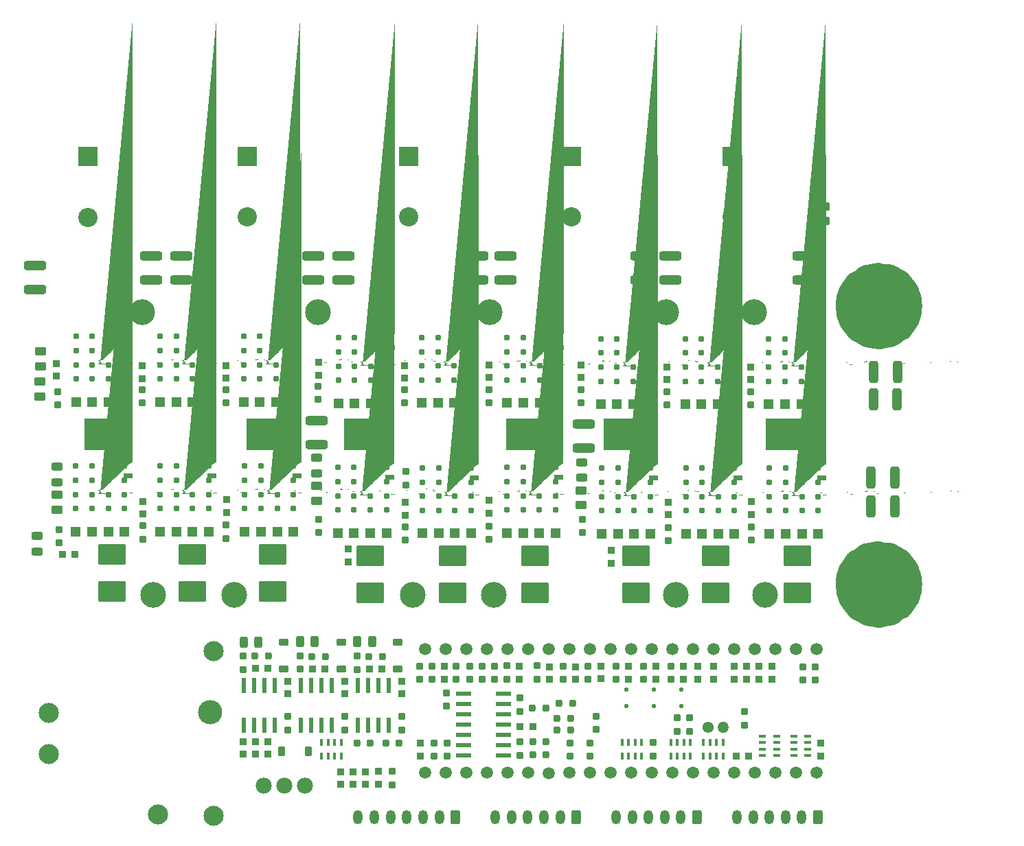
<source format=gbr>
%TF.GenerationSoftware,KiCad,Pcbnew,7.0.1-0*%
%TF.CreationDate,2023-10-26T13:37:28-04:00*%
%TF.ProjectId,MP2_DFN,4d50325f-4446-44e2-9e6b-696361645f70,rev?*%
%TF.SameCoordinates,Original*%
%TF.FileFunction,Soldermask,Top*%
%TF.FilePolarity,Negative*%
%FSLAX46Y46*%
G04 Gerber Fmt 4.6, Leading zero omitted, Abs format (unit mm)*
G04 Created by KiCad (PCBNEW 7.0.1-0) date 2023-10-26 13:37:28*
%MOMM*%
%LPD*%
G01*
G04 APERTURE LIST*
G04 Aperture macros list*
%AMRoundRect*
0 Rectangle with rounded corners*
0 $1 Rounding radius*
0 $2 $3 $4 $5 $6 $7 $8 $9 X,Y pos of 4 corners*
0 Add a 4 corners polygon primitive as box body*
4,1,4,$2,$3,$4,$5,$6,$7,$8,$9,$2,$3,0*
0 Add four circle primitives for the rounded corners*
1,1,$1+$1,$2,$3*
1,1,$1+$1,$4,$5*
1,1,$1+$1,$6,$7*
1,1,$1+$1,$8,$9*
0 Add four rect primitives between the rounded corners*
20,1,$1+$1,$2,$3,$4,$5,0*
20,1,$1+$1,$4,$5,$6,$7,0*
20,1,$1+$1,$6,$7,$8,$9,0*
20,1,$1+$1,$8,$9,$2,$3,0*%
%AMFreePoly0*
4,1,217,3.898453,3.715000,3.911988,3.710597,3.915082,3.710106,3.927653,3.710106,3.937854,3.702694,3.940638,3.701275,3.952627,3.697374,3.960011,3.687202,3.962227,3.684985,3.972394,3.677598,3.976291,3.665606,3.977710,3.662821,3.985116,3.652619,3.985111,3.640049,3.985601,3.636954,3.990000,3.623417,3.990000,2.376585,3.985595,2.363027,3.985106,2.359937,3.985106,2.347347,
3.977706,2.337162,3.976285,2.334374,3.972394,2.322400,3.962210,2.315001,3.959998,2.312789,3.952598,2.302603,3.940625,2.298713,3.937837,2.297293,3.927653,2.289894,3.915063,2.289894,3.911973,2.289405,3.898415,2.285000,2.850000,2.285000,2.842929,2.282071,2.840000,2.275000,2.840000,1.725000,2.842929,1.717929,2.850000,1.715000,3.898415,1.715000,3.911973,1.710595,
3.915063,1.710106,3.927653,1.710106,3.937837,1.702706,3.940625,1.701285,3.952599,1.697394,3.959998,1.687211,3.962211,1.684998,3.972394,1.677599,3.976285,1.665625,3.977706,1.662837,3.985106,1.652653,3.985106,1.640063,3.985595,1.636973,3.990000,1.623415,3.990000,0.376585,3.985595,0.363027,3.985106,0.359937,3.985106,0.347347,3.977706,0.337162,3.976285,0.334374,
3.972394,0.322400,3.962210,0.315001,3.959998,0.312789,3.952598,0.302603,3.940625,0.298713,3.937837,0.297293,3.927653,0.289894,3.915063,0.289894,3.911973,0.289405,3.898415,0.285000,2.850000,0.285000,2.842929,0.282071,2.840000,0.275000,2.840000,-0.275000,2.842929,-0.282071,2.850000,-0.285000,3.898415,-0.285000,3.911973,-0.289405,3.915063,-0.289894,3.927653,-0.289894,
3.937837,-0.297293,3.940625,-0.298713,3.952598,-0.302603,3.959998,-0.312789,3.962210,-0.315001,3.972394,-0.322400,3.976285,-0.334374,3.977706,-0.337162,3.985106,-0.347347,3.985106,-0.359937,3.985595,-0.363027,3.990000,-0.376585,3.990000,-1.623415,3.985595,-1.636973,3.985106,-1.640063,3.985106,-1.652653,3.977706,-1.662837,3.976285,-1.665625,3.972394,-1.677599,3.962211,-1.684998,
3.959998,-1.687211,3.952599,-1.697394,3.940625,-1.701285,3.937837,-1.702706,3.927653,-1.710106,3.915063,-1.710106,3.911973,-1.710595,3.898415,-1.715000,2.850000,-1.715000,2.842929,-1.717929,2.840000,-1.725000,2.840000,-2.275000,2.842929,-2.282071,2.850000,-2.285000,3.898415,-2.285000,3.911973,-2.289405,3.915063,-2.289894,3.927653,-2.289894,3.937837,-2.297293,3.940625,-2.298713,
3.952598,-2.302603,3.959998,-2.312789,3.962210,-2.315001,3.972394,-2.322400,3.976285,-2.334374,3.977706,-2.337162,3.985106,-2.347347,3.985106,-2.359937,3.985595,-2.363027,3.990000,-2.376585,3.990000,-3.623417,3.985601,-3.636954,3.985111,-3.640049,3.985116,-3.652619,3.977710,-3.662821,3.976291,-3.665606,3.972394,-3.677598,3.962227,-3.684985,3.960011,-3.687202,3.952627,-3.697374,
3.940638,-3.701275,3.937854,-3.702694,3.927653,-3.710106,3.915082,-3.710106,3.911988,-3.710597,3.898453,-3.715000,2.661620,-3.715499,2.648043,-3.711094,2.644957,-3.710606,2.632347,-3.710606,2.622178,-3.703218,2.619386,-3.701796,2.607430,-3.697916,2.600015,-3.687719,2.597805,-3.685510,2.587604,-3.678098,2.583719,-3.666143,2.582297,-3.663353,2.574904,-3.653186,2.574899,-3.640576,
2.574410,-3.637490,2.570000,-3.623915,2.570000,-3.600491,2.567071,-3.593420,2.560001,-3.590491,-2.748425,-3.590000,-2.761976,-3.585596,-2.765067,-3.585106,-2.777653,-3.585106,-2.787841,-3.577703,-2.790629,-3.576283,-2.802603,-3.572391,-2.810000,-3.562209,-2.812213,-3.559996,-2.822394,-3.552599,-2.826286,-3.540621,-2.827707,-3.537833,-2.835108,-3.527644,-2.835107,-3.515059,-2.835597,-3.511968,
-2.840000,-3.498418,-2.840000,3.498418,-2.835597,3.511968,-2.835107,3.515059,-2.835108,3.527644,-2.827707,3.537833,-2.826286,3.540621,-2.822394,3.552599,-2.812213,3.559996,-2.810000,3.562209,-2.802603,3.572391,-2.790629,3.576283,-2.787841,3.577703,-2.777653,3.585106,-2.765067,3.585106,-2.761976,3.585596,-2.748425,3.590000,2.560001,3.590491,2.567071,3.593420,2.570000,3.600491,
2.570000,3.623915,2.574410,3.637490,2.574899,3.640576,2.574904,3.653186,2.582297,3.663353,2.583719,3.666143,2.587604,3.678098,2.597805,3.685510,2.600015,3.687719,2.607430,3.697916,2.619386,3.701796,2.622178,3.703218,2.632347,3.710606,2.644957,3.710606,2.648043,3.711094,2.661620,3.715499,3.898453,3.715000,3.898453,3.715000,$1*%
G04 Aperture macros list end*
%ADD10C,5.348756*%
%ADD11RoundRect,0.215000X-0.250000X0.225000X-0.250000X-0.225000X0.250000X-0.225000X0.250000X0.225000X0*%
%ADD12RoundRect,0.215000X-0.375000X0.225000X-0.375000X-0.225000X0.375000X-0.225000X0.375000X0.225000X0*%
%ADD13RoundRect,0.190000X0.275000X-0.200000X0.275000X0.200000X-0.275000X0.200000X-0.275000X-0.200000X0*%
%ADD14C,3.180000*%
%ADD15RoundRect,0.118750X1.546250X-1.158750X1.546250X1.158750X-1.546250X1.158750X-1.546250X-1.158750X0*%
%ADD16RoundRect,0.240000X-1.100000X0.325000X-1.100000X-0.325000X1.100000X-0.325000X1.100000X0.325000X0*%
%ADD17RoundRect,0.240000X-0.475000X0.250000X-0.475000X-0.250000X0.475000X-0.250000X0.475000X0.250000X0*%
%ADD18RoundRect,0.240000X-0.262500X-0.450000X0.262500X-0.450000X0.262500X0.450000X-0.262500X0.450000X0*%
%ADD19RoundRect,0.102500X0.112500X-0.187500X0.112500X0.187500X-0.112500X0.187500X-0.112500X-0.187500X0*%
%ADD20R,1.230000X1.260000*%
%ADD21C,0.780000*%
%ADD22FreePoly0,90.000000*%
%ADD23R,0.880000X0.380000*%
%ADD24RoundRect,0.215000X0.250000X-0.225000X0.250000X0.225000X-0.250000X0.225000X-0.250000X-0.225000X0*%
%ADD25RoundRect,0.190000X-0.275000X0.200000X-0.275000X-0.200000X0.275000X-0.200000X0.275000X0.200000X0*%
%ADD26RoundRect,0.190000X-0.200000X-0.275000X0.200000X-0.275000X0.200000X0.275000X-0.200000X0.275000X0*%
%ADD27RoundRect,0.240000X1.100000X-0.325000X1.100000X0.325000X-1.100000X0.325000X-1.100000X-0.325000X0*%
%ADD28RoundRect,0.240000X-0.450000X0.262500X-0.450000X-0.262500X0.450000X-0.262500X0.450000X0.262500X0*%
%ADD29RoundRect,0.215000X-0.225000X-0.250000X0.225000X-0.250000X0.225000X0.250000X-0.225000X0.250000X0*%
%ADD30RoundRect,0.240000X0.350000X0.625000X-0.350000X0.625000X-0.350000X-0.625000X0.350000X-0.625000X0*%
%ADD31O,1.180000X1.730000*%
%ADD32RoundRect,0.190000X0.200000X0.275000X-0.200000X0.275000X-0.200000X-0.275000X0.200000X-0.275000X0*%
%ADD33C,2.980000*%
%ADD34R,0.380000X0.880000*%
%ADD35RoundRect,0.215000X0.225000X0.250000X-0.225000X0.250000X-0.225000X-0.250000X0.225000X-0.250000X0*%
%ADD36RoundRect,0.240000X0.325000X1.100000X-0.325000X1.100000X-0.325000X-1.100000X0.325000X-1.100000X0*%
%ADD37C,1.504000*%
%ADD38C,1.380000*%
%ADD39O,1.380000X1.380000*%
%ADD40RoundRect,0.215000X0.225000X0.375000X-0.225000X0.375000X-0.225000X-0.375000X0.225000X-0.375000X0*%
%ADD41RoundRect,0.140000X0.825000X0.150000X-0.825000X0.150000X-0.825000X-0.150000X0.825000X-0.150000X0*%
%ADD42RoundRect,0.140000X0.150000X-0.825000X0.150000X0.825000X-0.150000X0.825000X-0.150000X-0.825000X0*%
%ADD43RoundRect,0.208750X-0.256250X0.218750X-0.256250X-0.218750X0.256250X-0.218750X0.256250X0.218750X0*%
%ADD44C,2.480000*%
%ADD45RoundRect,0.240000X0.450000X-0.262500X0.450000X0.262500X-0.450000X0.262500X-0.450000X-0.262500X0*%
%ADD46R,2.380000X2.380000*%
%ADD47C,2.380000*%
%ADD48C,1.980000*%
%ADD49R,5.980000X3.980000*%
G04 APERTURE END LIST*
D10*
X157674378Y-56650000D02*
G75*
G03*
X157674378Y-56650000I-2674378J0D01*
G01*
X157674378Y-91000000D02*
G75*
G03*
X157674378Y-91000000I-2674378J0D01*
G01*
D11*
%TO.C,C7*%
X101400000Y-101125000D03*
X101400000Y-102675000D03*
%TD*%
D12*
%TO.C,D2*%
X88700000Y-98150000D03*
X88700000Y-101450000D03*
%TD*%
D13*
%TO.C,R33*%
X129400000Y-102725000D03*
X129400000Y-101075000D03*
%TD*%
D11*
%TO.C,C27*%
X89125000Y-102950000D03*
X89125000Y-104500000D03*
%TD*%
D13*
%TO.C,RG11*%
X96621300Y-85531250D03*
X96621300Y-83881250D03*
%TD*%
D14*
%TO.C,TpGND2*%
X130000000Y-92300000D03*
%TD*%
D15*
%TO.C,SHA2*%
X80271500Y-91885800D03*
X80271500Y-87310800D03*
%TD*%
D16*
%TO.C,CD5*%
X118617000Y-71245400D03*
X118617000Y-74195400D03*
%TD*%
D13*
%TO.C,RG5*%
X64262000Y-85400550D03*
X64262000Y-83750550D03*
%TD*%
D17*
%TO.C,CS1*%
X53650000Y-76475000D03*
X53650000Y-78375000D03*
%TD*%
D18*
%TO.C,R7*%
X83612500Y-98050000D03*
X85437500Y-98050000D03*
%TD*%
D11*
%TO.C,C18*%
X134600000Y-101125000D03*
X134600000Y-102675000D03*
%TD*%
D19*
%TO.C,D4*%
X123850000Y-106050000D03*
X123850000Y-103950000D03*
%TD*%
D20*
%TO.C,QA5*%
X76699000Y-68473300D03*
D21*
X76699000Y-60403300D03*
X76699000Y-62153300D03*
X76699000Y-63903300D03*
X76699000Y-65653300D03*
X78699000Y-60403300D03*
X78699000Y-62153300D03*
X78699000Y-63903300D03*
X78699000Y-65653300D03*
D22*
X79699000Y-63593300D03*
D21*
X80699000Y-60403300D03*
X80699000Y-62153300D03*
X80699000Y-63903300D03*
X80699000Y-65653300D03*
X82699000Y-60403300D03*
X82699000Y-62153300D03*
X82699000Y-63903300D03*
X82699000Y-65653300D03*
D20*
X78699000Y-68473300D03*
X80699000Y-68473300D03*
X82699000Y-68473300D03*
%TD*%
D23*
%TO.C,RN4*%
X146219000Y-112128260D03*
X146219000Y-111328260D03*
X146219000Y-110528260D03*
X146219000Y-109728260D03*
X144519000Y-109728260D03*
X144519000Y-110528260D03*
X144519000Y-111328260D03*
X144519000Y-112128260D03*
%TD*%
D24*
%TO.C,CGS16*%
X122000000Y-88375000D03*
X122000000Y-86825000D03*
%TD*%
D25*
%TO.C,R36*%
X100150000Y-110575000D03*
X100150000Y-112225000D03*
%TD*%
D20*
%TO.C,QB3*%
X98637500Y-68627200D03*
D21*
X98637500Y-60557200D03*
X98637500Y-62307200D03*
X98637500Y-64057200D03*
X98637500Y-65807200D03*
X100637500Y-60557200D03*
X100637500Y-62307200D03*
X100637500Y-64057200D03*
X100637500Y-65807200D03*
D22*
X101637500Y-63747200D03*
D21*
X102637500Y-60557200D03*
X102637500Y-62307200D03*
X102637500Y-64057200D03*
X102637500Y-65807200D03*
X104637500Y-60557200D03*
X104637500Y-62307200D03*
X104637500Y-64057200D03*
X104637500Y-65807200D03*
D20*
X100637500Y-68627200D03*
X102637500Y-68627200D03*
X104637500Y-68627200D03*
%TD*%
D13*
%TO.C,RG13*%
X118293500Y-68605400D03*
X118293500Y-66955400D03*
%TD*%
D24*
%TO.C,C23*%
X127500000Y-102675000D03*
X127500000Y-101125000D03*
%TD*%
%TO.C,CGS17*%
X129032000Y-82423000D03*
X129032000Y-80873000D03*
%TD*%
D13*
%TO.C,RG2*%
X64205000Y-68633800D03*
X64205000Y-66983800D03*
%TD*%
D20*
%TO.C,QC1*%
X120726000Y-68747800D03*
D21*
X120726000Y-60677800D03*
X120726000Y-62427800D03*
X120726000Y-64177800D03*
X120726000Y-65927800D03*
X122726000Y-60677800D03*
X122726000Y-62427800D03*
X122726000Y-64177800D03*
X122726000Y-65927800D03*
D22*
X123726000Y-63867800D03*
D21*
X124726000Y-60677800D03*
X124726000Y-62427800D03*
X124726000Y-64177800D03*
X124726000Y-65927800D03*
X126726000Y-60677800D03*
X126726000Y-62427800D03*
X126726000Y-64177800D03*
X126726000Y-65927800D03*
D20*
X122726000Y-68747800D03*
X124726000Y-68747800D03*
X126726000Y-68747800D03*
%TD*%
D25*
%TO.C,R39*%
X119400000Y-110575000D03*
X119400000Y-112225000D03*
%TD*%
D26*
%TO.C,R20*%
X112325000Y-112050000D03*
X113975000Y-112050000D03*
%TD*%
%TO.C,R23*%
X112275000Y-106300000D03*
X113925000Y-106300000D03*
%TD*%
D27*
%TO.C,CX2*%
X65250000Y-53395200D03*
X65250000Y-50445200D03*
%TD*%
D25*
%TO.C,R37*%
X116900000Y-110575000D03*
X116900000Y-112225000D03*
%TD*%
D11*
%TO.C,CGS4*%
X85900000Y-63625000D03*
X85900000Y-65175000D03*
%TD*%
D28*
%TO.C,RS3*%
X118300000Y-79400000D03*
X118300000Y-81225000D03*
%TD*%
D13*
%TO.C,R17*%
X98400000Y-102725000D03*
X98400000Y-101075000D03*
%TD*%
D20*
%TO.C,QB1*%
X88359300Y-68635000D03*
D21*
X88359300Y-60565000D03*
X88359300Y-62315000D03*
X88359300Y-64065000D03*
X88359300Y-65815000D03*
X90359300Y-60565000D03*
X90359300Y-62315000D03*
X90359300Y-64065000D03*
X90359300Y-65815000D03*
D22*
X91359300Y-63755000D03*
D21*
X92359300Y-60565000D03*
X92359300Y-62315000D03*
X92359300Y-64065000D03*
X92359300Y-65815000D03*
X94359300Y-60565000D03*
X94359300Y-62315000D03*
X94359300Y-64065000D03*
X94359300Y-65815000D03*
D20*
X90359300Y-68635000D03*
X92359300Y-68635000D03*
X94359300Y-68635000D03*
%TD*%
D11*
%TO.C,C33*%
X120700000Y-101100000D03*
X120700000Y-102650000D03*
%TD*%
D13*
%TO.C,R35*%
X122600000Y-102725000D03*
X122600000Y-101075000D03*
%TD*%
D29*
%TO.C,CGS10*%
X54325000Y-87300000D03*
X55875000Y-87300000D03*
%TD*%
D24*
%TO.C,CGS12*%
X74600000Y-82100000D03*
X74600000Y-80550000D03*
%TD*%
D20*
%TO.C,QC4*%
X131202600Y-84736400D03*
D21*
X131202600Y-76666400D03*
X131202600Y-78416400D03*
X131202600Y-80166400D03*
X131202600Y-81916400D03*
X133202600Y-76666400D03*
X133202600Y-78416400D03*
X133202600Y-80166400D03*
X133202600Y-81916400D03*
D22*
X134202600Y-79856400D03*
D21*
X135202600Y-76666400D03*
X135202600Y-78416400D03*
X135202600Y-80166400D03*
X135202600Y-81916400D03*
X137202600Y-76666400D03*
X137202600Y-78416400D03*
X137202600Y-80166400D03*
X137202600Y-81916400D03*
D20*
X133202600Y-84736400D03*
X135202600Y-84736400D03*
X137202600Y-84736400D03*
%TD*%
D30*
%TO.C,J4*%
X117700000Y-119700000D03*
D31*
X115700000Y-119700000D03*
X113700000Y-119700000D03*
X111700000Y-119700000D03*
X109700000Y-119700000D03*
X107700000Y-119700000D03*
%TD*%
D13*
%TO.C,R27*%
X99900000Y-102725000D03*
X99900000Y-101075000D03*
%TD*%
%TO.C,R32*%
X101710000Y-106025000D03*
X101710000Y-104375000D03*
%TD*%
D32*
%TO.C,R22*%
X117250000Y-105700000D03*
X115600000Y-105700000D03*
%TD*%
D26*
%TO.C,R43*%
X90655000Y-110555000D03*
X92305000Y-110555000D03*
%TD*%
D13*
%TO.C,RG8*%
X96526400Y-68619600D03*
X96526400Y-66969600D03*
%TD*%
D33*
%TO.C,TpGND4*%
X72569000Y-106778260D03*
%TD*%
D20*
%TO.C,QA3*%
X66377500Y-68473300D03*
D21*
X66377500Y-60403300D03*
X66377500Y-62153300D03*
X66377500Y-63903300D03*
X66377500Y-65653300D03*
X68377500Y-60403300D03*
X68377500Y-62153300D03*
X68377500Y-63903300D03*
X68377500Y-65653300D03*
D22*
X69377500Y-63593300D03*
D21*
X70377500Y-60403300D03*
X70377500Y-62153300D03*
X70377500Y-63903300D03*
X70377500Y-65653300D03*
X72377500Y-60403300D03*
X72377500Y-62153300D03*
X72377500Y-63903300D03*
X72377500Y-65653300D03*
D20*
X68377500Y-68473300D03*
X70377500Y-68473300D03*
X72377500Y-68473300D03*
%TD*%
D28*
%TO.C,R14*%
X148291600Y-44349000D03*
X148291600Y-46174000D03*
%TD*%
D34*
%TO.C,RN2*%
X125750000Y-110500000D03*
X124950000Y-110500000D03*
X124150000Y-110500000D03*
X123350000Y-110500000D03*
X123350000Y-112200000D03*
X124150000Y-112200000D03*
X124950000Y-112200000D03*
X125750000Y-112200000D03*
%TD*%
D24*
%TO.C,CGS18*%
X139319000Y-82375000D03*
X139319000Y-80825000D03*
%TD*%
%TO.C,C6*%
X147869000Y-112153260D03*
X147869000Y-110603260D03*
%TD*%
D11*
%TO.C,CGS5*%
X96500000Y-64025000D03*
X96500000Y-65575000D03*
%TD*%
D13*
%TO.C,RG1*%
X53778200Y-68873600D03*
X53778200Y-67223600D03*
%TD*%
D25*
%TO.C,R29*%
X101800000Y-110575000D03*
X101800000Y-112225000D03*
%TD*%
D13*
%TO.C,RG12*%
X106934000Y-85468250D03*
X106934000Y-83818250D03*
%TD*%
D11*
%TO.C,C19*%
X132650000Y-101125000D03*
X132650000Y-102675000D03*
%TD*%
D13*
%TO.C,R34*%
X126000000Y-102725000D03*
X126000000Y-101075000D03*
%TD*%
D15*
%TO.C,SHB1*%
X92322300Y-92047500D03*
X92322300Y-87472500D03*
%TD*%
D11*
%TO.C,CGS7*%
X118300000Y-63950000D03*
X118300000Y-65500000D03*
%TD*%
D15*
%TO.C,SHA1*%
X60459500Y-87310800D03*
X60459500Y-91885800D03*
%TD*%
D17*
%TO.C,CS3*%
X118325000Y-75925000D03*
X118325000Y-77825000D03*
%TD*%
D13*
%TO.C,R48*%
X82125000Y-108950000D03*
X82125000Y-107300000D03*
%TD*%
D24*
%TO.C,C10*%
X88630000Y-115695000D03*
X88630000Y-114145000D03*
%TD*%
D28*
%TO.C,RS2*%
X85670000Y-78877500D03*
X85670000Y-80702500D03*
%TD*%
D34*
%TO.C,RN3*%
X135769000Y-110478260D03*
X134969000Y-110478260D03*
X134169000Y-110478260D03*
X133369000Y-110478260D03*
X133369000Y-112178260D03*
X134169000Y-112178260D03*
X134969000Y-112178260D03*
X135769000Y-112178260D03*
%TD*%
D13*
%TO.C,R50*%
X89125000Y-108975000D03*
X89125000Y-107325000D03*
%TD*%
D20*
%TO.C,QB4*%
X98724400Y-84696500D03*
D21*
X98724400Y-76626500D03*
X98724400Y-78376500D03*
X98724400Y-80126500D03*
X98724400Y-81876500D03*
X100724400Y-76626500D03*
X100724400Y-78376500D03*
X100724400Y-80126500D03*
X100724400Y-81876500D03*
D22*
X101724400Y-79816500D03*
D21*
X102724400Y-76626500D03*
X102724400Y-78376500D03*
X102724400Y-80126500D03*
X102724400Y-81876500D03*
X104724400Y-76626500D03*
X104724400Y-78376500D03*
X104724400Y-80126500D03*
X104724400Y-81876500D03*
D20*
X100724400Y-84696500D03*
X102724400Y-84696500D03*
X104724400Y-84696500D03*
%TD*%
D15*
%TO.C,SHB3*%
X112642300Y-92047500D03*
X112642300Y-87472500D03*
%TD*%
D11*
%TO.C,CGS3*%
X74500000Y-64025000D03*
X74500000Y-65575000D03*
%TD*%
D13*
%TO.C,R16*%
X102900000Y-102725000D03*
X102900000Y-101075000D03*
%TD*%
%TO.C,R25*%
X107625000Y-102725000D03*
X107625000Y-101075000D03*
%TD*%
D19*
%TO.C,D5*%
X127250000Y-106050000D03*
X127250000Y-103950000D03*
%TD*%
D27*
%TO.C,CX3*%
X69000000Y-53395200D03*
X69000000Y-50445200D03*
%TD*%
D13*
%TO.C,R24*%
X104550000Y-102725000D03*
X104550000Y-101075000D03*
%TD*%
D18*
%TO.C,R5*%
X76687500Y-98100000D03*
X78512500Y-98100000D03*
%TD*%
D13*
%TO.C,R28*%
X131669000Y-109115760D03*
X131669000Y-107465760D03*
%TD*%
D23*
%TO.C,RN1*%
X140669000Y-109728260D03*
X140669000Y-110528260D03*
X140669000Y-111328260D03*
X140669000Y-112128260D03*
X142369000Y-112128260D03*
X142369000Y-111328260D03*
X142369000Y-110528260D03*
X142369000Y-109728260D03*
%TD*%
D14*
%TO.C,TpGND1*%
X141000000Y-92300000D03*
%TD*%
D13*
%TO.C,R31*%
X110750000Y-106675000D03*
X110750000Y-105025000D03*
%TD*%
D24*
%TO.C,C15*%
X140250000Y-102675000D03*
X140250000Y-101125000D03*
%TD*%
D15*
%TO.C,SHA3*%
X70365500Y-91885800D03*
X70365500Y-87310800D03*
%TD*%
%TO.C,SHC3*%
X144980000Y-92007900D03*
X144980000Y-87432900D03*
%TD*%
D13*
%TO.C,RG16*%
X118410000Y-84620000D03*
X118410000Y-82970000D03*
%TD*%
D26*
%TO.C,R19*%
X112325000Y-110450000D03*
X113975000Y-110450000D03*
%TD*%
D13*
%TO.C,R6*%
X119100000Y-102725000D03*
X119100000Y-101075000D03*
%TD*%
D24*
%TO.C,C14*%
X138700000Y-102675000D03*
X138700000Y-101125000D03*
%TD*%
D29*
%TO.C,C20*%
X110775000Y-108550000D03*
X112325000Y-108550000D03*
%TD*%
D13*
%TO.C,R52*%
X96150000Y-108975000D03*
X96150000Y-107325000D03*
%TD*%
D30*
%TO.C,J2*%
X132600000Y-119700000D03*
D31*
X130600000Y-119700000D03*
X128600000Y-119700000D03*
X126600000Y-119700000D03*
X124600000Y-119700000D03*
X122600000Y-119700000D03*
%TD*%
D14*
%TO.C,TpVBAT3*%
X107000000Y-57400000D03*
%TD*%
D17*
%TO.C,CS2*%
X85675000Y-75375000D03*
X85675000Y-77275000D03*
%TD*%
D11*
%TO.C,CGS8*%
X128900000Y-64150000D03*
X128900000Y-65700000D03*
%TD*%
D35*
%TO.C,C17*%
X138975000Y-112200000D03*
X137425000Y-112200000D03*
%TD*%
D11*
%TO.C,C26*%
X82119000Y-102950000D03*
X82119000Y-104500000D03*
%TD*%
%TO.C,C29*%
X117600000Y-101150000D03*
X117600000Y-102700000D03*
%TD*%
D15*
%TO.C,SHB2*%
X102450000Y-92047500D03*
X102450000Y-87472500D03*
%TD*%
D24*
%TO.C,C24*%
X124100000Y-102675000D03*
X124100000Y-101125000D03*
%TD*%
D13*
%TO.C,R15*%
X145650000Y-102825000D03*
X145650000Y-101175000D03*
%TD*%
D27*
%TO.C,CX5*%
X89000000Y-53395200D03*
X89000000Y-50445200D03*
%TD*%
D25*
%TO.C,R30*%
X110750000Y-110425000D03*
X110750000Y-112075000D03*
%TD*%
D11*
%TO.C,CGS15*%
X106900000Y-80650000D03*
X106900000Y-82200000D03*
%TD*%
D14*
%TO.C,TpVBAT2*%
X139600000Y-57400000D03*
%TD*%
D24*
%TO.C,C25*%
X98500000Y-112175000D03*
X98500000Y-110625000D03*
%TD*%
D27*
%TO.C,CX8*%
X125750000Y-53395200D03*
X125750000Y-50445200D03*
%TD*%
D25*
%TO.C,R9*%
X130169000Y-107465760D03*
X130169000Y-109115760D03*
%TD*%
D29*
%TO.C,C3*%
X92200000Y-101450000D03*
X93750000Y-101450000D03*
%TD*%
D12*
%TO.C,D1*%
X81600000Y-98150000D03*
X81600000Y-101450000D03*
%TD*%
D30*
%TO.C,J1*%
X102800000Y-119700000D03*
D31*
X100800000Y-119700000D03*
X98800000Y-119700000D03*
X96800000Y-119700000D03*
X94800000Y-119700000D03*
X92800000Y-119700000D03*
X90800000Y-119700000D03*
%TD*%
D11*
%TO.C,CGS14*%
X96600000Y-80900000D03*
X96600000Y-82450000D03*
%TD*%
D26*
%TO.C,R45*%
X85125000Y-99900000D03*
X86775000Y-99900000D03*
%TD*%
D20*
%TO.C,QC3*%
X131114600Y-68747800D03*
D21*
X131114600Y-60677800D03*
X131114600Y-62427800D03*
X131114600Y-64177800D03*
X131114600Y-65927800D03*
X133114600Y-60677800D03*
X133114600Y-62427800D03*
X133114600Y-64177800D03*
X133114600Y-65927800D03*
D22*
X134114600Y-63867800D03*
D21*
X135114600Y-60677800D03*
X135114600Y-62427800D03*
X135114600Y-64177800D03*
X135114600Y-65927800D03*
X137114600Y-60677800D03*
X137114600Y-62427800D03*
X137114600Y-64177800D03*
X137114600Y-65927800D03*
D20*
X133114600Y-68747800D03*
X135114600Y-68747800D03*
X137114600Y-68747800D03*
%TD*%
D13*
%TO.C,R38*%
X147150000Y-102825000D03*
X147150000Y-101175000D03*
%TD*%
D14*
%TO.C,TpGND3*%
X107500000Y-92300000D03*
%TD*%
D24*
%TO.C,CGS11*%
X64262000Y-82300000D03*
X64262000Y-80750000D03*
%TD*%
D26*
%TO.C,R21*%
X115325000Y-107500000D03*
X116975000Y-107500000D03*
%TD*%
D27*
%TO.C,CX20*%
X145750000Y-53395200D03*
X145750000Y-50445200D03*
%TD*%
D19*
%TO.C,D6*%
X130650000Y-106050000D03*
X130650000Y-103950000D03*
%TD*%
D14*
%TO.C,TpGND7*%
X97500000Y-92300000D03*
%TD*%
D24*
%TO.C,C8*%
X90155000Y-115695000D03*
X90155000Y-114145000D03*
%TD*%
D13*
%TO.C,RG18*%
X139319000Y-85555650D03*
X139319000Y-83905650D03*
%TD*%
D11*
%TO.C,CGS6*%
X106900000Y-63950000D03*
X106900000Y-65500000D03*
%TD*%
D13*
%TO.C,RG4*%
X53956000Y-85878400D03*
X53956000Y-84228400D03*
%TD*%
%TO.C,RG3*%
X74506500Y-68630450D03*
X74506500Y-66980450D03*
%TD*%
D11*
%TO.C,C30*%
X114400000Y-101150000D03*
X114400000Y-102700000D03*
%TD*%
D29*
%TO.C,C1*%
X78125000Y-101400000D03*
X79675000Y-101400000D03*
%TD*%
D24*
%TO.C,C12*%
X79700000Y-111950000D03*
X79700000Y-110400000D03*
%TD*%
D13*
%TO.C,RG17*%
X129031000Y-85618650D03*
X129031000Y-83968650D03*
%TD*%
D25*
%TO.C,R49*%
X83675000Y-99825000D03*
X83675000Y-101475000D03*
%TD*%
D29*
%TO.C,C2*%
X85175000Y-101425000D03*
X86725000Y-101425000D03*
%TD*%
D13*
%TO.C,RG6*%
X74506500Y-85337550D03*
X74506500Y-83687550D03*
%TD*%
%TO.C,RG9*%
X106940400Y-68594200D03*
X106940400Y-66944200D03*
%TD*%
%TO.C,R26*%
X109150000Y-102700000D03*
X109150000Y-101050000D03*
%TD*%
D14*
%TO.C,TpVBAT5*%
X128800000Y-57400000D03*
%TD*%
D26*
%TO.C,R42*%
X94225000Y-110545000D03*
X95875000Y-110545000D03*
%TD*%
D13*
%TO.C,R67*%
X95000000Y-115725000D03*
X95000000Y-114075000D03*
%TD*%
D11*
%TO.C,CGS2*%
X64200000Y-64050000D03*
X64200000Y-65600000D03*
%TD*%
D24*
%TO.C,C22*%
X130900000Y-102675000D03*
X130900000Y-101125000D03*
%TD*%
D13*
%TO.C,TH1*%
X96650000Y-78750000D03*
X96650000Y-77100000D03*
%TD*%
D17*
%TO.C,C5*%
X51200000Y-85050000D03*
X51200000Y-86950000D03*
%TD*%
D12*
%TO.C,D3*%
X95650000Y-98175000D03*
X95650000Y-101475000D03*
%TD*%
D20*
%TO.C,QC5*%
X141427000Y-68747800D03*
D21*
X141427000Y-60677800D03*
X141427000Y-62427800D03*
X141427000Y-64177800D03*
X141427000Y-65927800D03*
X143427000Y-60677800D03*
X143427000Y-62427800D03*
X143427000Y-64177800D03*
X143427000Y-65927800D03*
D22*
X144427000Y-63867800D03*
D21*
X145427000Y-60677800D03*
X145427000Y-62427800D03*
X145427000Y-64177800D03*
X145427000Y-65927800D03*
X147427000Y-60677800D03*
X147427000Y-62427800D03*
X147427000Y-64177800D03*
X147427000Y-65927800D03*
D20*
X143427000Y-68747800D03*
X145427000Y-68747800D03*
X147427000Y-68747800D03*
%TD*%
D36*
%TO.C,CD1*%
X157269000Y-68162000D03*
X154319000Y-68162000D03*
%TD*%
D13*
%TO.C,R11*%
X112850000Y-102675000D03*
X112850000Y-101025000D03*
%TD*%
D20*
%TO.C,QA2*%
X56003500Y-84475300D03*
D21*
X56003500Y-76405300D03*
X56003500Y-78155300D03*
X56003500Y-79905300D03*
X56003500Y-81655300D03*
X58003500Y-76405300D03*
X58003500Y-78155300D03*
X58003500Y-79905300D03*
X58003500Y-81655300D03*
D22*
X59003500Y-79595300D03*
D21*
X60003500Y-76405300D03*
X60003500Y-78155300D03*
X60003500Y-79905300D03*
X60003500Y-81655300D03*
X62003500Y-76405300D03*
X62003500Y-78155300D03*
X62003500Y-79905300D03*
X62003500Y-81655300D03*
D20*
X58003500Y-84475300D03*
X60003500Y-84475300D03*
X62003500Y-84475300D03*
%TD*%
D37*
%TO.C,U5*%
X147329000Y-99028000D03*
X144789000Y-99028000D03*
X142249000Y-99028000D03*
X139709000Y-99028000D03*
X137169000Y-99028000D03*
X134629000Y-99028000D03*
X132089000Y-99028000D03*
X129549000Y-99028000D03*
X127009000Y-99028000D03*
X124469000Y-99028000D03*
X121929000Y-99028000D03*
X119389000Y-99028000D03*
X116849000Y-99028000D03*
X114309000Y-99028000D03*
X111769000Y-99028000D03*
X109229000Y-99028000D03*
X106689000Y-99028000D03*
X104149000Y-99028000D03*
X101609000Y-99028000D03*
X99069000Y-99028000D03*
X99069000Y-114268000D03*
X101609000Y-114268000D03*
X104149000Y-114268000D03*
X106689000Y-114268000D03*
X109229000Y-114268000D03*
X111769000Y-114268000D03*
X114285395Y-114277993D03*
X116849000Y-114268000D03*
X119389000Y-114268000D03*
X121929000Y-114268000D03*
X124469000Y-114268000D03*
X127009000Y-114268000D03*
X129549000Y-114268000D03*
X132089000Y-114268000D03*
X134629000Y-114268000D03*
X137169000Y-114268000D03*
X139709000Y-114268000D03*
X142249000Y-114268000D03*
X144789000Y-114268000D03*
X147329000Y-114268000D03*
%TD*%
D26*
%TO.C,R44*%
X78075000Y-99850000D03*
X79725000Y-99850000D03*
%TD*%
D24*
%TO.C,C13*%
X78175000Y-111950000D03*
X78175000Y-110400000D03*
%TD*%
D13*
%TO.C,RG15*%
X139191000Y-68848550D03*
X139191000Y-67198550D03*
%TD*%
D14*
%TO.C,TpGND6*%
X75500000Y-92300000D03*
%TD*%
D26*
%TO.C,R18*%
X115325000Y-109000000D03*
X116975000Y-109000000D03*
%TD*%
D25*
%TO.C,R41*%
X106100000Y-101075000D03*
X106100000Y-102725000D03*
%TD*%
D11*
%TO.C,C28*%
X96150000Y-102950000D03*
X96150000Y-104500000D03*
%TD*%
D24*
%TO.C,C11*%
X76650000Y-111950000D03*
X76650000Y-110400000D03*
%TD*%
%TO.C,C16*%
X141800000Y-102675000D03*
X141800000Y-101125000D03*
%TD*%
D28*
%TO.C,RS1*%
X53638500Y-79946200D03*
X53638500Y-81771200D03*
%TD*%
D14*
%TO.C,TpVBAT1*%
X85852000Y-57404000D03*
%TD*%
D25*
%TO.C,RG10*%
X85900000Y-82975000D03*
X85900000Y-84625000D03*
%TD*%
D38*
%TO.C,NTC1*%
X133914000Y-108678260D03*
D39*
X135814000Y-108678260D03*
%TD*%
D13*
%TO.C,RG7*%
X85858400Y-68187800D03*
X85858400Y-66537800D03*
%TD*%
D20*
%TO.C,QA4*%
X66377500Y-84475300D03*
D21*
X66377500Y-76405300D03*
X66377500Y-78155300D03*
X66377500Y-79905300D03*
X66377500Y-81655300D03*
X68377500Y-76405300D03*
X68377500Y-78155300D03*
X68377500Y-79905300D03*
X68377500Y-81655300D03*
D22*
X69377500Y-79595300D03*
D21*
X70377500Y-76405300D03*
X70377500Y-78155300D03*
X70377500Y-79905300D03*
X70377500Y-81655300D03*
X72377500Y-76405300D03*
X72377500Y-78155300D03*
X72377500Y-79905300D03*
X72377500Y-81655300D03*
D20*
X68377500Y-84475300D03*
X70377500Y-84475300D03*
X72377500Y-84475300D03*
%TD*%
D25*
%TO.C,R47*%
X76650000Y-99850000D03*
X76650000Y-101500000D03*
%TD*%
D11*
%TO.C,CGS9*%
X139200000Y-64200000D03*
X139200000Y-65750000D03*
%TD*%
D34*
%TO.C,RN7*%
X86300000Y-112200000D03*
X87100000Y-112200000D03*
X87900000Y-112200000D03*
X88700000Y-112200000D03*
X88700000Y-110500000D03*
X87900000Y-110500000D03*
X87100000Y-110500000D03*
X86300000Y-110500000D03*
%TD*%
D27*
%TO.C,CX6*%
X105500000Y-53395200D03*
X105500000Y-50445200D03*
%TD*%
D36*
%TO.C,CD4*%
X156951000Y-81340000D03*
X154001000Y-81340000D03*
%TD*%
D20*
%TO.C,QB5*%
X109175600Y-68611400D03*
D21*
X109175600Y-60541400D03*
X109175600Y-62291400D03*
X109175600Y-64041400D03*
X109175600Y-65791400D03*
X111175600Y-60541400D03*
X111175600Y-62291400D03*
X111175600Y-64041400D03*
X111175600Y-65791400D03*
D22*
X112175600Y-63731400D03*
D21*
X113175600Y-60541400D03*
X113175600Y-62291400D03*
X113175600Y-64041400D03*
X113175600Y-65791400D03*
X115175600Y-60541400D03*
X115175600Y-62291400D03*
X115175600Y-64041400D03*
X115175600Y-65791400D03*
D20*
X111175600Y-68611400D03*
X113175600Y-68611400D03*
X115175600Y-68611400D03*
%TD*%
D27*
%TO.C,CX4*%
X85250000Y-53395200D03*
X85250000Y-50445200D03*
%TD*%
D15*
%TO.C,SHC2*%
X134844000Y-92007900D03*
X134844000Y-87432900D03*
%TD*%
D26*
%TO.C,R46*%
X92150000Y-99925000D03*
X93800000Y-99925000D03*
%TD*%
D40*
%TO.C,D11*%
X84675000Y-111575000D03*
X81375000Y-111575000D03*
%TD*%
D25*
%TO.C,R12*%
X138419000Y-106703260D03*
X138419000Y-108353260D03*
%TD*%
D41*
%TO.C,U4*%
X108725000Y-112070000D03*
X108725000Y-110800000D03*
X108725000Y-109530000D03*
X108725000Y-108260000D03*
X108725000Y-106990000D03*
X108725000Y-105720000D03*
X108725000Y-104450000D03*
X103775000Y-104450000D03*
X103775000Y-105720000D03*
X103775000Y-106990000D03*
X103775000Y-108260000D03*
X103775000Y-109530000D03*
X103775000Y-110800000D03*
X103775000Y-112070000D03*
%TD*%
D42*
%TO.C,U1*%
X76714000Y-108400000D03*
X77984000Y-108400000D03*
X79254000Y-108400000D03*
X80524000Y-108400000D03*
X80524000Y-103450000D03*
X79254000Y-103450000D03*
X77984000Y-103450000D03*
X76714000Y-103450000D03*
%TD*%
D14*
%TO.C,TpGND5*%
X65500000Y-92300000D03*
%TD*%
D36*
%TO.C,CD3*%
X156951000Y-77784000D03*
X154001000Y-77784000D03*
%TD*%
D20*
%TO.C,QB6*%
X109133700Y-84637000D03*
D21*
X109133700Y-76567000D03*
X109133700Y-78317000D03*
X109133700Y-80067000D03*
X109133700Y-81817000D03*
X111133700Y-76567000D03*
X111133700Y-78317000D03*
X111133700Y-80067000D03*
X111133700Y-81817000D03*
D22*
X112133700Y-79757000D03*
D21*
X113133700Y-76567000D03*
X113133700Y-78317000D03*
X113133700Y-80067000D03*
X113133700Y-81817000D03*
X115133700Y-76567000D03*
X115133700Y-78317000D03*
X115133700Y-80067000D03*
X115133700Y-81817000D03*
D20*
X111133700Y-84637000D03*
X113133700Y-84637000D03*
X115133700Y-84637000D03*
%TD*%
D42*
%TO.C,U2*%
X83720000Y-108400000D03*
X84990000Y-108400000D03*
X86260000Y-108400000D03*
X87530000Y-108400000D03*
X87530000Y-103450000D03*
X86260000Y-103450000D03*
X84990000Y-103450000D03*
X83720000Y-103450000D03*
%TD*%
D43*
%TO.C,D9*%
X93300000Y-114100000D03*
X93300000Y-115675000D03*
%TD*%
D20*
%TO.C,QA6*%
X76831500Y-84475300D03*
D21*
X76831500Y-76405300D03*
X76831500Y-78155300D03*
X76831500Y-79905300D03*
X76831500Y-81655300D03*
X78831500Y-76405300D03*
X78831500Y-78155300D03*
X78831500Y-79905300D03*
X78831500Y-81655300D03*
D22*
X79831500Y-79595300D03*
D21*
X80831500Y-76405300D03*
X80831500Y-78155300D03*
X80831500Y-79905300D03*
X80831500Y-81655300D03*
X82831500Y-76405300D03*
X82831500Y-78155300D03*
X82831500Y-79905300D03*
X82831500Y-81655300D03*
D20*
X78831500Y-84475300D03*
X80831500Y-84475300D03*
X82831500Y-84475300D03*
%TD*%
D24*
%TO.C,C9*%
X91680000Y-115695000D03*
X91680000Y-114145000D03*
%TD*%
D13*
%TO.C,RG14*%
X128889500Y-68851900D03*
X128889500Y-67201900D03*
%TD*%
D20*
%TO.C,QA1*%
X56025000Y-68470000D03*
D21*
X56025000Y-60400000D03*
X56025000Y-62150000D03*
X56025000Y-63900000D03*
X56025000Y-65650000D03*
X58025000Y-60400000D03*
X58025000Y-62150000D03*
X58025000Y-63900000D03*
X58025000Y-65650000D03*
D22*
X59025000Y-63590000D03*
D21*
X60025000Y-60400000D03*
X60025000Y-62150000D03*
X60025000Y-63900000D03*
X60025000Y-65650000D03*
X62025000Y-60400000D03*
X62025000Y-62150000D03*
X62025000Y-63900000D03*
X62025000Y-65650000D03*
D20*
X58025000Y-68470000D03*
X60025000Y-68470000D03*
X62025000Y-68470000D03*
%TD*%
%TO.C,QB2*%
X88296800Y-84637000D03*
D21*
X88296800Y-76567000D03*
X88296800Y-78317000D03*
X88296800Y-80067000D03*
X88296800Y-81817000D03*
X90296800Y-76567000D03*
X90296800Y-78317000D03*
X90296800Y-80067000D03*
X90296800Y-81817000D03*
D22*
X91296800Y-79757000D03*
D21*
X92296800Y-76567000D03*
X92296800Y-78317000D03*
X92296800Y-80067000D03*
X92296800Y-81817000D03*
X94296800Y-76567000D03*
X94296800Y-78317000D03*
X94296800Y-80067000D03*
X94296800Y-81817000D03*
D20*
X90296800Y-84637000D03*
X92296800Y-84637000D03*
X94296800Y-84637000D03*
%TD*%
D34*
%TO.C,RN5*%
X129369000Y-112190760D03*
X130169000Y-112190760D03*
X130969000Y-112190760D03*
X131769000Y-112190760D03*
X131769000Y-110490760D03*
X130969000Y-110490760D03*
X130169000Y-110490760D03*
X129369000Y-110490760D03*
%TD*%
D20*
%TO.C,QC2*%
X120825800Y-84736400D03*
D21*
X120825800Y-76666400D03*
X120825800Y-78416400D03*
X120825800Y-80166400D03*
X120825800Y-81916400D03*
X122825800Y-76666400D03*
X122825800Y-78416400D03*
X122825800Y-80166400D03*
X122825800Y-81916400D03*
D22*
X123825800Y-79856400D03*
D21*
X124825800Y-76666400D03*
X124825800Y-78416400D03*
X124825800Y-80166400D03*
X124825800Y-81916400D03*
X126825800Y-76666400D03*
X126825800Y-78416400D03*
X126825800Y-80166400D03*
X126825800Y-81916400D03*
D20*
X122825800Y-84736400D03*
X124825800Y-84736400D03*
X126825800Y-84736400D03*
%TD*%
D27*
%TO.C,CX1*%
X51000000Y-54600000D03*
X51000000Y-51650000D03*
%TD*%
D30*
%TO.C,J3*%
X147500000Y-119700000D03*
D31*
X145500000Y-119700000D03*
X143500000Y-119700000D03*
X141500000Y-119700000D03*
X139500000Y-119700000D03*
X137500000Y-119700000D03*
%TD*%
D25*
%TO.C,R51*%
X90700000Y-99875000D03*
X90700000Y-101525000D03*
%TD*%
D11*
%TO.C,C32*%
X110700000Y-101125000D03*
X110700000Y-102675000D03*
%TD*%
D24*
%TO.C,CGS1*%
X53594000Y-65304000D03*
X53594000Y-63754000D03*
%TD*%
D11*
%TO.C,C21*%
X137150000Y-101125000D03*
X137150000Y-102675000D03*
%TD*%
D28*
%TO.C,R1*%
X51600000Y-65975000D03*
X51600000Y-67800000D03*
%TD*%
D15*
%TO.C,SHC1*%
X125022000Y-92007900D03*
X125022000Y-87432900D03*
%TD*%
D27*
%TO.C,CX9*%
X129250000Y-53395200D03*
X129250000Y-50445200D03*
%TD*%
D14*
%TO.C,TpVBAT4*%
X64200000Y-57404000D03*
%TD*%
D16*
%TO.C,CD2*%
X85655200Y-70766400D03*
X85655200Y-73716400D03*
%TD*%
D20*
%TO.C,QC6*%
X141508000Y-84736400D03*
D21*
X141508000Y-76666400D03*
X141508000Y-78416400D03*
X141508000Y-80166400D03*
X141508000Y-81916400D03*
X143508000Y-76666400D03*
X143508000Y-78416400D03*
X143508000Y-80166400D03*
X143508000Y-81916400D03*
D22*
X144508000Y-79856400D03*
D21*
X145508000Y-76666400D03*
X145508000Y-78416400D03*
X145508000Y-80166400D03*
X145508000Y-81916400D03*
X147508000Y-76666400D03*
X147508000Y-78416400D03*
X147508000Y-80166400D03*
X147508000Y-81916400D03*
D20*
X143508000Y-84736400D03*
X145508000Y-84736400D03*
X147508000Y-84736400D03*
%TD*%
D27*
%TO.C,CX7*%
X109000000Y-53395200D03*
X109000000Y-50445200D03*
%TD*%
D42*
%TO.C,U3*%
X90745000Y-108425000D03*
X92015000Y-108425000D03*
X93285000Y-108425000D03*
X94555000Y-108425000D03*
X94555000Y-103475000D03*
X93285000Y-103475000D03*
X92015000Y-103475000D03*
X90745000Y-103475000D03*
%TD*%
D24*
%TO.C,CGS13*%
X89600000Y-88200000D03*
X89600000Y-86650000D03*
%TD*%
D36*
%TO.C,CD6*%
X157275000Y-64782000D03*
X154325000Y-64782000D03*
%TD*%
D25*
%TO.C,R13*%
X127200000Y-110525000D03*
X127200000Y-112175000D03*
%TD*%
D18*
%TO.C,R10*%
X90700000Y-98075000D03*
X92525000Y-98075000D03*
%TD*%
D44*
%TO.C,Tp12V1*%
X66100000Y-119400000D03*
%TD*%
D13*
%TO.C,R3*%
X120150000Y-108900000D03*
X120150000Y-107250000D03*
%TD*%
D45*
%TO.C,R2*%
X51628200Y-64087500D03*
X51628200Y-62262500D03*
%TD*%
D13*
%TO.C,R8*%
X116100000Y-102725000D03*
X116100000Y-101075000D03*
%TD*%
D44*
%TO.C,U6*%
X52640000Y-106860000D03*
X52640000Y-111940000D03*
X72960000Y-119560000D03*
X72960000Y-99240000D03*
%TD*%
D46*
%TO.C,CR2*%
X77125000Y-38172220D03*
D47*
X77125000Y-45672220D03*
%TD*%
D48*
%TO.C,U7*%
X79200000Y-115800000D03*
X81740000Y-115800000D03*
X84280000Y-115800000D03*
%TD*%
D49*
%TO.C,PHA_1*%
X60000000Y-72500000D03*
%TD*%
%TO.C,PHB_2*%
X112000000Y-72500000D03*
%TD*%
D46*
%TO.C,CR4*%
X117075000Y-38172220D03*
D47*
X117075000Y-45672220D03*
%TD*%
D49*
%TO.C,PHC_2*%
X144000000Y-72500000D03*
%TD*%
%TO.C,PHC_1*%
X124000000Y-72500000D03*
%TD*%
%TO.C,PHB_1*%
X92000000Y-72500000D03*
%TD*%
%TO.C,PHA_2*%
X80000000Y-72500000D03*
%TD*%
D46*
%TO.C,CR5*%
X136925000Y-38172220D03*
D47*
X136925000Y-45672220D03*
%TD*%
D46*
%TO.C,CR1*%
X57500000Y-38225000D03*
D47*
X57500000Y-45725000D03*
%TD*%
D46*
%TO.C,CR3*%
X97050000Y-38172220D03*
D47*
X97050000Y-45672220D03*
%TD*%
M02*

</source>
